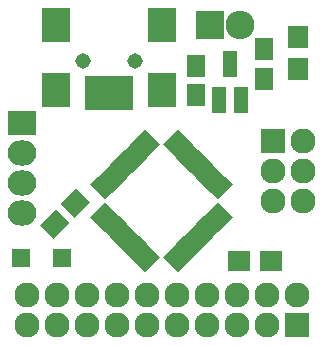
<source format=gbr>
G04 #@! TF.FileFunction,Soldermask,Bot*
%FSLAX46Y46*%
G04 Gerber Fmt 4.6, Leading zero omitted, Abs format (unit mm)*
G04 Created by KiCad (PCBNEW (2015-10-03 BZR 6242)-product) date Sat 14 Nov 2015 03:55:45 PM EET*
%MOMM*%
G01*
G04 APERTURE LIST*
%ADD10C,0.100000*%
%ADD11R,1.900000X1.700000*%
%ADD12R,1.510000X1.620000*%
%ADD13R,2.398980X2.899360*%
%ADD14C,1.309320*%
%ADD15R,0.900380X2.901240*%
%ADD16R,2.127200X2.127200*%
%ADD17O,2.127200X2.127200*%
%ADD18R,2.432000X2.432000*%
%ADD19O,2.432000X2.432000*%
%ADD20R,1.650000X1.900000*%
%ADD21R,2.432000X2.127200*%
%ADD22O,2.432000X2.127200*%
%ADD23R,1.700000X1.900000*%
%ADD24R,1.200100X2.200860*%
G04 APERTURE END LIST*
D10*
G36*
X154618085Y-111505536D02*
X153946333Y-112177288D01*
X152673541Y-110904496D01*
X153345293Y-110232744D01*
X154618085Y-111505536D01*
X154618085Y-111505536D01*
G37*
G36*
X150658288Y-115465333D02*
X149986536Y-116137085D01*
X148713744Y-114864293D01*
X149385496Y-114192541D01*
X150658288Y-115465333D01*
X150658288Y-115465333D01*
G37*
G36*
X147193464Y-116137085D02*
X146521712Y-115465333D01*
X147794504Y-114192541D01*
X148466256Y-114864293D01*
X147193464Y-116137085D01*
X147193464Y-116137085D01*
G37*
G36*
X143233667Y-112177288D02*
X142561915Y-111505536D01*
X143834707Y-110232744D01*
X144506459Y-110904496D01*
X143233667Y-112177288D01*
X143233667Y-112177288D01*
G37*
G36*
X144506459Y-109313504D02*
X143834707Y-109985256D01*
X142561915Y-108712464D01*
X143233667Y-108040712D01*
X144506459Y-109313504D01*
X144506459Y-109313504D01*
G37*
G36*
X148466256Y-105353707D02*
X147794504Y-106025459D01*
X146521712Y-104752667D01*
X147193464Y-104080915D01*
X148466256Y-105353707D01*
X148466256Y-105353707D01*
G37*
G36*
X149385496Y-106025459D02*
X148713744Y-105353707D01*
X149986536Y-104080915D01*
X150658288Y-104752667D01*
X149385496Y-106025459D01*
X149385496Y-106025459D01*
G37*
G36*
X153345293Y-109985256D02*
X152673541Y-109313504D01*
X153946333Y-108040712D01*
X154618085Y-108712464D01*
X153345293Y-109985256D01*
X153345293Y-109985256D01*
G37*
G36*
X154052400Y-112071221D02*
X153380648Y-112742973D01*
X152107856Y-111470181D01*
X152779608Y-110798429D01*
X154052400Y-112071221D01*
X154052400Y-112071221D01*
G37*
G36*
X153486715Y-112636906D02*
X152814963Y-113308658D01*
X151542171Y-112035866D01*
X152213923Y-111364114D01*
X153486715Y-112636906D01*
X153486715Y-112636906D01*
G37*
G36*
X152921029Y-113202592D02*
X152249277Y-113874344D01*
X150976485Y-112601552D01*
X151648237Y-111929800D01*
X152921029Y-113202592D01*
X152921029Y-113202592D01*
G37*
G36*
X152355344Y-113768277D02*
X151683592Y-114440029D01*
X150410800Y-113167237D01*
X151082552Y-112495485D01*
X152355344Y-113768277D01*
X152355344Y-113768277D01*
G37*
G36*
X151789658Y-114333963D02*
X151117906Y-115005715D01*
X149845114Y-113732923D01*
X150516866Y-113061171D01*
X151789658Y-114333963D01*
X151789658Y-114333963D01*
G37*
G36*
X151223973Y-114899648D02*
X150552221Y-115571400D01*
X149279429Y-114298608D01*
X149951181Y-113626856D01*
X151223973Y-114899648D01*
X151223973Y-114899648D01*
G37*
G36*
X146627779Y-115571400D02*
X145956027Y-114899648D01*
X147228819Y-113626856D01*
X147900571Y-114298608D01*
X146627779Y-115571400D01*
X146627779Y-115571400D01*
G37*
G36*
X146062094Y-115005715D02*
X145390342Y-114333963D01*
X146663134Y-113061171D01*
X147334886Y-113732923D01*
X146062094Y-115005715D01*
X146062094Y-115005715D01*
G37*
G36*
X145496408Y-114440029D02*
X144824656Y-113768277D01*
X146097448Y-112495485D01*
X146769200Y-113167237D01*
X145496408Y-114440029D01*
X145496408Y-114440029D01*
G37*
G36*
X144930723Y-113874344D02*
X144258971Y-113202592D01*
X145531763Y-111929800D01*
X146203515Y-112601552D01*
X144930723Y-113874344D01*
X144930723Y-113874344D01*
G37*
G36*
X144365037Y-113308658D02*
X143693285Y-112636906D01*
X144966077Y-111364114D01*
X145637829Y-112035866D01*
X144365037Y-113308658D01*
X144365037Y-113308658D01*
G37*
G36*
X143799352Y-112742973D02*
X143127600Y-112071221D01*
X144400392Y-110798429D01*
X145072144Y-111470181D01*
X143799352Y-112742973D01*
X143799352Y-112742973D01*
G37*
G36*
X145072144Y-108747819D02*
X144400392Y-109419571D01*
X143127600Y-108146779D01*
X143799352Y-107475027D01*
X145072144Y-108747819D01*
X145072144Y-108747819D01*
G37*
G36*
X145637829Y-108182134D02*
X144966077Y-108853886D01*
X143693285Y-107581094D01*
X144365037Y-106909342D01*
X145637829Y-108182134D01*
X145637829Y-108182134D01*
G37*
G36*
X146203515Y-107616448D02*
X145531763Y-108288200D01*
X144258971Y-107015408D01*
X144930723Y-106343656D01*
X146203515Y-107616448D01*
X146203515Y-107616448D01*
G37*
G36*
X146769200Y-107050763D02*
X146097448Y-107722515D01*
X144824656Y-106449723D01*
X145496408Y-105777971D01*
X146769200Y-107050763D01*
X146769200Y-107050763D01*
G37*
G36*
X147334886Y-106485077D02*
X146663134Y-107156829D01*
X145390342Y-105884037D01*
X146062094Y-105212285D01*
X147334886Y-106485077D01*
X147334886Y-106485077D01*
G37*
G36*
X147900571Y-105919392D02*
X147228819Y-106591144D01*
X145956027Y-105318352D01*
X146627779Y-104646600D01*
X147900571Y-105919392D01*
X147900571Y-105919392D01*
G37*
G36*
X149951181Y-106591144D02*
X149279429Y-105919392D01*
X150552221Y-104646600D01*
X151223973Y-105318352D01*
X149951181Y-106591144D01*
X149951181Y-106591144D01*
G37*
G36*
X150516866Y-107156829D02*
X149845114Y-106485077D01*
X151117906Y-105212285D01*
X151789658Y-105884037D01*
X150516866Y-107156829D01*
X150516866Y-107156829D01*
G37*
G36*
X151082552Y-107722515D02*
X150410800Y-107050763D01*
X151683592Y-105777971D01*
X152355344Y-106449723D01*
X151082552Y-107722515D01*
X151082552Y-107722515D01*
G37*
G36*
X151648237Y-108288200D02*
X150976485Y-107616448D01*
X152249277Y-106343656D01*
X152921029Y-107015408D01*
X151648237Y-108288200D01*
X151648237Y-108288200D01*
G37*
G36*
X152213923Y-108853886D02*
X151542171Y-108182134D01*
X152814963Y-106909342D01*
X153486715Y-107581094D01*
X152213923Y-108853886D01*
X152213923Y-108853886D01*
G37*
G36*
X152779608Y-109419571D02*
X152107856Y-108747819D01*
X153380648Y-107475027D01*
X154052400Y-108146779D01*
X152779608Y-109419571D01*
X152779608Y-109419571D01*
G37*
D11*
X157861000Y-115189000D03*
X155161000Y-115189000D03*
D12*
X136695000Y-114935000D03*
X140165000Y-114935000D03*
D13*
X139694920Y-95264300D03*
X139694920Y-100763400D03*
X148595080Y-100763400D03*
X148595080Y-95264300D03*
D14*
X141945360Y-98264040D03*
X146344640Y-98264040D03*
D15*
X145745200Y-100965000D03*
X144945100Y-100965000D03*
X144145000Y-100965000D03*
X143344900Y-100965000D03*
X142544800Y-100965000D03*
D16*
X157988000Y-105029000D03*
D17*
X160528000Y-105029000D03*
X157988000Y-107569000D03*
X160528000Y-107569000D03*
X157988000Y-110109000D03*
X160528000Y-110109000D03*
D18*
X152654000Y-95250000D03*
D19*
X155194000Y-95250000D03*
D16*
X160020000Y-120650000D03*
D17*
X160020000Y-118110000D03*
X157480000Y-120650000D03*
X157480000Y-118110000D03*
X154940000Y-120650000D03*
X154940000Y-118110000D03*
X152400000Y-120650000D03*
X152400000Y-118110000D03*
X149860000Y-120650000D03*
X149860000Y-118110000D03*
X147320000Y-120650000D03*
X147320000Y-118110000D03*
X144780000Y-120650000D03*
X144780000Y-118110000D03*
X142240000Y-120650000D03*
X142240000Y-118110000D03*
X139700000Y-120650000D03*
X139700000Y-118110000D03*
X137160000Y-120650000D03*
X137160000Y-118110000D03*
D20*
X157226000Y-99782000D03*
X157226000Y-97282000D03*
X151511000Y-98699000D03*
X151511000Y-101199000D03*
D21*
X136779000Y-103505000D03*
D22*
X136779000Y-106045000D03*
X136779000Y-108585000D03*
X136779000Y-111125000D03*
D23*
X160147000Y-96233000D03*
X160147000Y-98933000D03*
D24*
X155316000Y-101554280D03*
X153416000Y-101554280D03*
X154366000Y-98552000D03*
D10*
G36*
X139438929Y-113340198D02*
X138272202Y-112173471D01*
X139615705Y-110829968D01*
X140782432Y-111996695D01*
X139438929Y-113340198D01*
X139438929Y-113340198D01*
G37*
G36*
X141206695Y-111572432D02*
X140039968Y-110405705D01*
X141383471Y-109062202D01*
X142550198Y-110228929D01*
X141206695Y-111572432D01*
X141206695Y-111572432D01*
G37*
M02*

</source>
